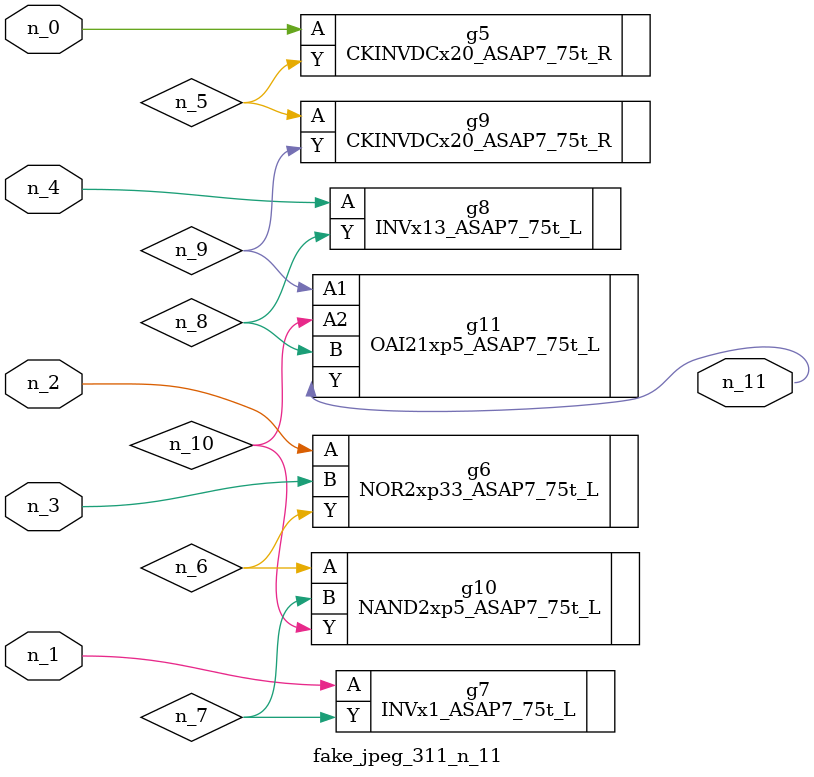
<source format=v>
module fake_jpeg_311_n_11 (n_3, n_2, n_1, n_0, n_4, n_11);

input n_3;
input n_2;
input n_1;
input n_0;
input n_4;

output n_11;

wire n_10;
wire n_8;
wire n_9;
wire n_6;
wire n_5;
wire n_7;

CKINVDCx20_ASAP7_75t_R g5 ( 
.A(n_0),
.Y(n_5)
);

NOR2xp33_ASAP7_75t_L g6 ( 
.A(n_2),
.B(n_3),
.Y(n_6)
);

INVx1_ASAP7_75t_L g7 ( 
.A(n_1),
.Y(n_7)
);

INVx13_ASAP7_75t_L g8 ( 
.A(n_4),
.Y(n_8)
);

CKINVDCx20_ASAP7_75t_R g9 ( 
.A(n_5),
.Y(n_9)
);

OAI21xp5_ASAP7_75t_L g11 ( 
.A1(n_9),
.A2(n_10),
.B(n_8),
.Y(n_11)
);

NAND2xp5_ASAP7_75t_L g10 ( 
.A(n_6),
.B(n_7),
.Y(n_10)
);


endmodule
</source>
